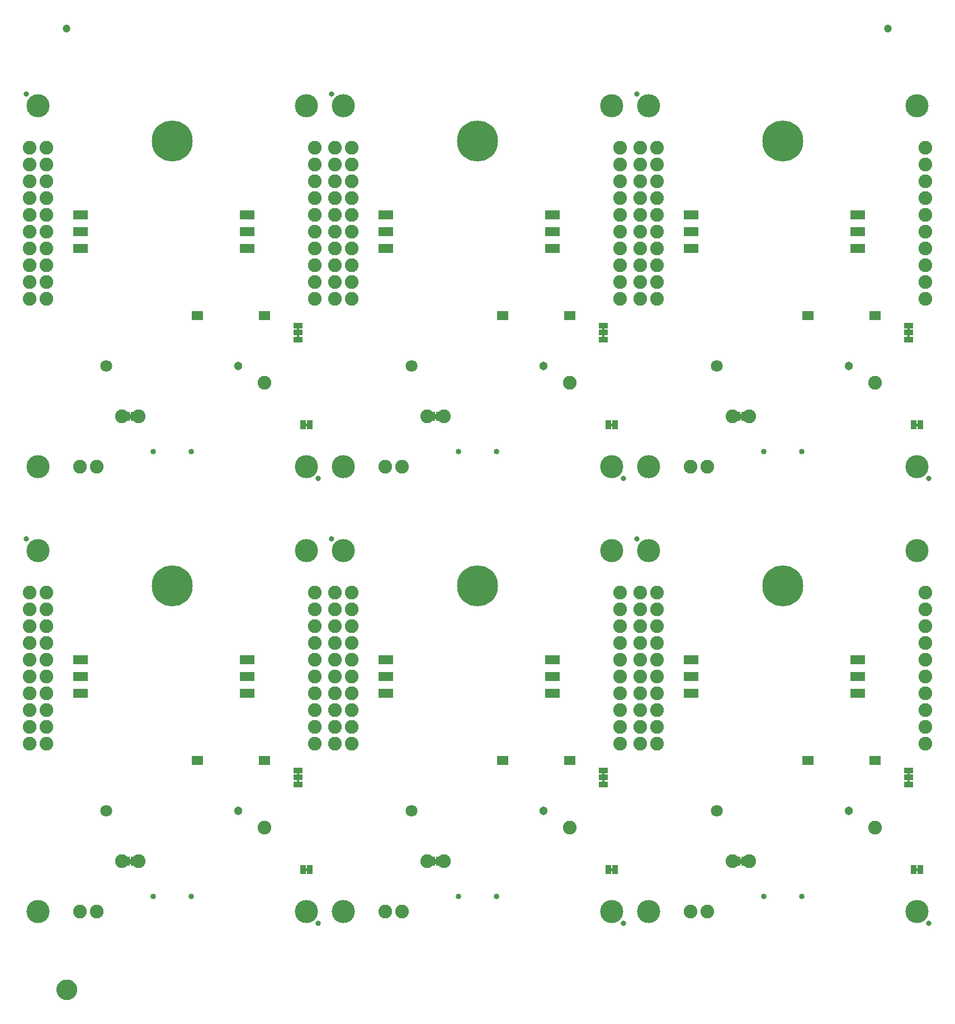
<source format=gbs>
G04 EAGLE Gerber RS-274X export*
G75*
%MOMM*%
%FSLAX34Y34*%
%LPD*%
%INSoldermask Bottom*%
%IPPOS*%
%AMOC8*
5,1,8,0,0,1.08239X$1,22.5*%
G01*
%ADD10C,0.853200*%
%ADD11C,0.838200*%
%ADD12C,3.505200*%
%ADD13R,1.473200X0.863600*%
%ADD14R,0.838200X1.473200*%
%ADD15C,2.082800*%
%ADD16C,6.203200*%
%ADD17R,0.863600X1.473200*%
%ADD18C,1.303200*%
%ADD19C,1.803200*%
%ADD20R,2.203200X1.403200*%
%ADD21C,1.203200*%
%ADD22C,1.270000*%
%ADD23C,1.703200*%

G36*
X167070Y771283D02*
X167070Y771283D01*
X167136Y771285D01*
X167179Y771303D01*
X167226Y771311D01*
X167283Y771345D01*
X167343Y771370D01*
X167378Y771401D01*
X167419Y771426D01*
X167461Y771477D01*
X167509Y771521D01*
X167531Y771563D01*
X167560Y771600D01*
X167581Y771662D01*
X167612Y771721D01*
X167620Y771775D01*
X167632Y771812D01*
X167631Y771852D01*
X167639Y771906D01*
X167639Y777494D01*
X167628Y777559D01*
X167626Y777625D01*
X167608Y777668D01*
X167600Y777715D01*
X167566Y777772D01*
X167541Y777832D01*
X167510Y777867D01*
X167485Y777908D01*
X167434Y777950D01*
X167390Y777998D01*
X167348Y778020D01*
X167311Y778049D01*
X167249Y778070D01*
X167190Y778101D01*
X167136Y778109D01*
X167099Y778121D01*
X167059Y778120D01*
X167005Y778128D01*
X163195Y778128D01*
X163130Y778117D01*
X163064Y778115D01*
X163021Y778097D01*
X162974Y778089D01*
X162917Y778055D01*
X162857Y778030D01*
X162822Y777999D01*
X162781Y777974D01*
X162740Y777923D01*
X162691Y777879D01*
X162669Y777837D01*
X162640Y777800D01*
X162619Y777738D01*
X162588Y777679D01*
X162580Y777625D01*
X162568Y777588D01*
X162569Y777548D01*
X162561Y777494D01*
X162561Y771906D01*
X162572Y771841D01*
X162574Y771775D01*
X162592Y771732D01*
X162600Y771685D01*
X162634Y771628D01*
X162659Y771568D01*
X162690Y771533D01*
X162715Y771492D01*
X162766Y771451D01*
X162810Y771402D01*
X162852Y771380D01*
X162889Y771351D01*
X162951Y771330D01*
X163010Y771299D01*
X163064Y771291D01*
X163101Y771279D01*
X163141Y771280D01*
X163195Y771272D01*
X167005Y771272D01*
X167070Y771283D01*
G37*
G36*
X1091630Y771283D02*
X1091630Y771283D01*
X1091696Y771285D01*
X1091739Y771303D01*
X1091786Y771311D01*
X1091843Y771345D01*
X1091903Y771370D01*
X1091938Y771401D01*
X1091979Y771426D01*
X1092021Y771477D01*
X1092069Y771521D01*
X1092091Y771563D01*
X1092120Y771600D01*
X1092141Y771662D01*
X1092172Y771721D01*
X1092180Y771775D01*
X1092192Y771812D01*
X1092191Y771852D01*
X1092199Y771906D01*
X1092199Y777494D01*
X1092188Y777559D01*
X1092186Y777625D01*
X1092168Y777668D01*
X1092160Y777715D01*
X1092126Y777772D01*
X1092101Y777832D01*
X1092070Y777867D01*
X1092045Y777908D01*
X1091994Y777950D01*
X1091950Y777998D01*
X1091908Y778020D01*
X1091871Y778049D01*
X1091809Y778070D01*
X1091750Y778101D01*
X1091696Y778109D01*
X1091659Y778121D01*
X1091619Y778120D01*
X1091565Y778128D01*
X1087755Y778128D01*
X1087690Y778117D01*
X1087624Y778115D01*
X1087581Y778097D01*
X1087534Y778089D01*
X1087477Y778055D01*
X1087417Y778030D01*
X1087382Y777999D01*
X1087341Y777974D01*
X1087300Y777923D01*
X1087251Y777879D01*
X1087229Y777837D01*
X1087200Y777800D01*
X1087179Y777738D01*
X1087148Y777679D01*
X1087140Y777625D01*
X1087128Y777588D01*
X1087129Y777548D01*
X1087121Y777494D01*
X1087121Y771906D01*
X1087132Y771841D01*
X1087134Y771775D01*
X1087152Y771732D01*
X1087160Y771685D01*
X1087194Y771628D01*
X1087219Y771568D01*
X1087250Y771533D01*
X1087275Y771492D01*
X1087326Y771451D01*
X1087370Y771402D01*
X1087412Y771380D01*
X1087449Y771351D01*
X1087511Y771330D01*
X1087570Y771299D01*
X1087624Y771291D01*
X1087661Y771279D01*
X1087701Y771280D01*
X1087755Y771272D01*
X1091565Y771272D01*
X1091630Y771283D01*
G37*
G36*
X629350Y771283D02*
X629350Y771283D01*
X629416Y771285D01*
X629459Y771303D01*
X629506Y771311D01*
X629563Y771345D01*
X629623Y771370D01*
X629658Y771401D01*
X629699Y771426D01*
X629741Y771477D01*
X629789Y771521D01*
X629811Y771563D01*
X629840Y771600D01*
X629861Y771662D01*
X629892Y771721D01*
X629900Y771775D01*
X629912Y771812D01*
X629911Y771852D01*
X629919Y771906D01*
X629919Y777494D01*
X629908Y777559D01*
X629906Y777625D01*
X629888Y777668D01*
X629880Y777715D01*
X629846Y777772D01*
X629821Y777832D01*
X629790Y777867D01*
X629765Y777908D01*
X629714Y777950D01*
X629670Y777998D01*
X629628Y778020D01*
X629591Y778049D01*
X629529Y778070D01*
X629470Y778101D01*
X629416Y778109D01*
X629379Y778121D01*
X629339Y778120D01*
X629285Y778128D01*
X625475Y778128D01*
X625410Y778117D01*
X625344Y778115D01*
X625301Y778097D01*
X625254Y778089D01*
X625197Y778055D01*
X625137Y778030D01*
X625102Y777999D01*
X625061Y777974D01*
X625020Y777923D01*
X624971Y777879D01*
X624949Y777837D01*
X624920Y777800D01*
X624899Y777738D01*
X624868Y777679D01*
X624860Y777625D01*
X624848Y777588D01*
X624849Y777548D01*
X624841Y777494D01*
X624841Y771906D01*
X624852Y771841D01*
X624854Y771775D01*
X624872Y771732D01*
X624880Y771685D01*
X624914Y771628D01*
X624939Y771568D01*
X624970Y771533D01*
X624995Y771492D01*
X625046Y771451D01*
X625090Y771402D01*
X625132Y771380D01*
X625169Y771351D01*
X625231Y771330D01*
X625290Y771299D01*
X625344Y771291D01*
X625381Y771279D01*
X625421Y771280D01*
X625475Y771272D01*
X629285Y771272D01*
X629350Y771283D01*
G37*
G36*
X1091630Y98183D02*
X1091630Y98183D01*
X1091696Y98185D01*
X1091739Y98203D01*
X1091786Y98211D01*
X1091843Y98245D01*
X1091903Y98270D01*
X1091938Y98301D01*
X1091979Y98326D01*
X1092021Y98377D01*
X1092069Y98421D01*
X1092091Y98463D01*
X1092120Y98500D01*
X1092141Y98562D01*
X1092172Y98621D01*
X1092180Y98675D01*
X1092192Y98712D01*
X1092191Y98752D01*
X1092199Y98806D01*
X1092199Y104394D01*
X1092188Y104459D01*
X1092186Y104525D01*
X1092168Y104568D01*
X1092160Y104615D01*
X1092126Y104672D01*
X1092101Y104732D01*
X1092070Y104767D01*
X1092045Y104808D01*
X1091994Y104850D01*
X1091950Y104898D01*
X1091908Y104920D01*
X1091871Y104949D01*
X1091809Y104970D01*
X1091750Y105001D01*
X1091696Y105009D01*
X1091659Y105021D01*
X1091619Y105020D01*
X1091565Y105028D01*
X1087755Y105028D01*
X1087690Y105017D01*
X1087624Y105015D01*
X1087581Y104997D01*
X1087534Y104989D01*
X1087477Y104955D01*
X1087417Y104930D01*
X1087382Y104899D01*
X1087341Y104874D01*
X1087300Y104823D01*
X1087251Y104779D01*
X1087229Y104737D01*
X1087200Y104700D01*
X1087179Y104638D01*
X1087148Y104579D01*
X1087140Y104525D01*
X1087128Y104488D01*
X1087129Y104448D01*
X1087121Y104394D01*
X1087121Y98806D01*
X1087132Y98741D01*
X1087134Y98675D01*
X1087152Y98632D01*
X1087160Y98585D01*
X1087194Y98528D01*
X1087219Y98468D01*
X1087250Y98433D01*
X1087275Y98392D01*
X1087326Y98351D01*
X1087370Y98302D01*
X1087412Y98280D01*
X1087449Y98251D01*
X1087511Y98230D01*
X1087570Y98199D01*
X1087624Y98191D01*
X1087661Y98179D01*
X1087701Y98180D01*
X1087755Y98172D01*
X1091565Y98172D01*
X1091630Y98183D01*
G37*
G36*
X629350Y98183D02*
X629350Y98183D01*
X629416Y98185D01*
X629459Y98203D01*
X629506Y98211D01*
X629563Y98245D01*
X629623Y98270D01*
X629658Y98301D01*
X629699Y98326D01*
X629741Y98377D01*
X629789Y98421D01*
X629811Y98463D01*
X629840Y98500D01*
X629861Y98562D01*
X629892Y98621D01*
X629900Y98675D01*
X629912Y98712D01*
X629911Y98752D01*
X629919Y98806D01*
X629919Y104394D01*
X629908Y104459D01*
X629906Y104525D01*
X629888Y104568D01*
X629880Y104615D01*
X629846Y104672D01*
X629821Y104732D01*
X629790Y104767D01*
X629765Y104808D01*
X629714Y104850D01*
X629670Y104898D01*
X629628Y104920D01*
X629591Y104949D01*
X629529Y104970D01*
X629470Y105001D01*
X629416Y105009D01*
X629379Y105021D01*
X629339Y105020D01*
X629285Y105028D01*
X625475Y105028D01*
X625410Y105017D01*
X625344Y105015D01*
X625301Y104997D01*
X625254Y104989D01*
X625197Y104955D01*
X625137Y104930D01*
X625102Y104899D01*
X625061Y104874D01*
X625020Y104823D01*
X624971Y104779D01*
X624949Y104737D01*
X624920Y104700D01*
X624899Y104638D01*
X624868Y104579D01*
X624860Y104525D01*
X624848Y104488D01*
X624849Y104448D01*
X624841Y104394D01*
X624841Y98806D01*
X624852Y98741D01*
X624854Y98675D01*
X624872Y98632D01*
X624880Y98585D01*
X624914Y98528D01*
X624939Y98468D01*
X624970Y98433D01*
X624995Y98392D01*
X625046Y98351D01*
X625090Y98302D01*
X625132Y98280D01*
X625169Y98251D01*
X625231Y98230D01*
X625290Y98199D01*
X625344Y98191D01*
X625381Y98179D01*
X625421Y98180D01*
X625475Y98172D01*
X629285Y98172D01*
X629350Y98183D01*
G37*
G36*
X167070Y98183D02*
X167070Y98183D01*
X167136Y98185D01*
X167179Y98203D01*
X167226Y98211D01*
X167283Y98245D01*
X167343Y98270D01*
X167378Y98301D01*
X167419Y98326D01*
X167461Y98377D01*
X167509Y98421D01*
X167531Y98463D01*
X167560Y98500D01*
X167581Y98562D01*
X167612Y98621D01*
X167620Y98675D01*
X167632Y98712D01*
X167631Y98752D01*
X167639Y98806D01*
X167639Y104394D01*
X167628Y104459D01*
X167626Y104525D01*
X167608Y104568D01*
X167600Y104615D01*
X167566Y104672D01*
X167541Y104732D01*
X167510Y104767D01*
X167485Y104808D01*
X167434Y104850D01*
X167390Y104898D01*
X167348Y104920D01*
X167311Y104949D01*
X167249Y104970D01*
X167190Y105001D01*
X167136Y105009D01*
X167099Y105021D01*
X167059Y105020D01*
X167005Y105028D01*
X163195Y105028D01*
X163130Y105017D01*
X163064Y105015D01*
X163021Y104997D01*
X162974Y104989D01*
X162917Y104955D01*
X162857Y104930D01*
X162822Y104899D01*
X162781Y104874D01*
X162740Y104823D01*
X162691Y104779D01*
X162669Y104737D01*
X162640Y104700D01*
X162619Y104638D01*
X162588Y104579D01*
X162580Y104525D01*
X162568Y104488D01*
X162569Y104448D01*
X162561Y104394D01*
X162561Y98806D01*
X162572Y98741D01*
X162574Y98675D01*
X162592Y98632D01*
X162600Y98585D01*
X162634Y98528D01*
X162659Y98468D01*
X162690Y98433D01*
X162715Y98392D01*
X162766Y98351D01*
X162810Y98302D01*
X162852Y98280D01*
X162889Y98251D01*
X162951Y98230D01*
X163010Y98199D01*
X163064Y98191D01*
X163101Y98179D01*
X163141Y98180D01*
X163195Y98172D01*
X167005Y98172D01*
X167070Y98183D01*
G37*
G36*
X1344995Y904252D02*
X1344995Y904252D01*
X1345061Y904254D01*
X1345104Y904272D01*
X1345151Y904280D01*
X1345208Y904314D01*
X1345268Y904339D01*
X1345303Y904370D01*
X1345344Y904395D01*
X1345386Y904446D01*
X1345434Y904490D01*
X1345456Y904532D01*
X1345485Y904569D01*
X1345506Y904631D01*
X1345537Y904690D01*
X1345545Y904744D01*
X1345557Y904781D01*
X1345556Y904821D01*
X1345564Y904875D01*
X1345564Y908685D01*
X1345553Y908750D01*
X1345551Y908816D01*
X1345533Y908859D01*
X1345525Y908906D01*
X1345491Y908963D01*
X1345466Y909023D01*
X1345435Y909058D01*
X1345410Y909099D01*
X1345359Y909141D01*
X1345315Y909189D01*
X1345273Y909211D01*
X1345236Y909240D01*
X1345174Y909261D01*
X1345115Y909292D01*
X1345061Y909300D01*
X1345024Y909312D01*
X1344984Y909311D01*
X1344930Y909319D01*
X1342390Y909319D01*
X1342325Y909308D01*
X1342259Y909306D01*
X1342216Y909288D01*
X1342169Y909280D01*
X1342112Y909246D01*
X1342052Y909221D01*
X1342017Y909190D01*
X1341976Y909165D01*
X1341935Y909114D01*
X1341886Y909070D01*
X1341864Y909028D01*
X1341835Y908991D01*
X1341814Y908929D01*
X1341783Y908870D01*
X1341775Y908816D01*
X1341763Y908779D01*
X1341763Y908775D01*
X1341763Y908774D01*
X1341764Y908739D01*
X1341756Y908685D01*
X1341756Y904875D01*
X1341767Y904810D01*
X1341769Y904744D01*
X1341787Y904701D01*
X1341795Y904654D01*
X1341829Y904597D01*
X1341854Y904537D01*
X1341885Y904502D01*
X1341910Y904461D01*
X1341961Y904420D01*
X1342005Y904371D01*
X1342047Y904349D01*
X1342084Y904320D01*
X1342146Y904299D01*
X1342205Y904268D01*
X1342259Y904260D01*
X1342296Y904248D01*
X1342336Y904249D01*
X1342390Y904241D01*
X1344930Y904241D01*
X1344995Y904252D01*
G37*
G36*
X882715Y904252D02*
X882715Y904252D01*
X882781Y904254D01*
X882824Y904272D01*
X882871Y904280D01*
X882928Y904314D01*
X882988Y904339D01*
X883023Y904370D01*
X883064Y904395D01*
X883106Y904446D01*
X883154Y904490D01*
X883176Y904532D01*
X883205Y904569D01*
X883226Y904631D01*
X883257Y904690D01*
X883265Y904744D01*
X883277Y904781D01*
X883276Y904821D01*
X883284Y904875D01*
X883284Y908685D01*
X883273Y908750D01*
X883271Y908816D01*
X883253Y908859D01*
X883245Y908906D01*
X883211Y908963D01*
X883186Y909023D01*
X883155Y909058D01*
X883130Y909099D01*
X883079Y909141D01*
X883035Y909189D01*
X882993Y909211D01*
X882956Y909240D01*
X882894Y909261D01*
X882835Y909292D01*
X882781Y909300D01*
X882744Y909312D01*
X882704Y909311D01*
X882650Y909319D01*
X880110Y909319D01*
X880045Y909308D01*
X879979Y909306D01*
X879936Y909288D01*
X879889Y909280D01*
X879832Y909246D01*
X879772Y909221D01*
X879737Y909190D01*
X879696Y909165D01*
X879655Y909114D01*
X879606Y909070D01*
X879584Y909028D01*
X879555Y908991D01*
X879534Y908929D01*
X879503Y908870D01*
X879495Y908816D01*
X879483Y908779D01*
X879483Y908775D01*
X879483Y908774D01*
X879484Y908739D01*
X879476Y908685D01*
X879476Y904875D01*
X879487Y904810D01*
X879489Y904744D01*
X879507Y904701D01*
X879515Y904654D01*
X879549Y904597D01*
X879574Y904537D01*
X879605Y904502D01*
X879630Y904461D01*
X879681Y904420D01*
X879725Y904371D01*
X879767Y904349D01*
X879804Y904320D01*
X879866Y904299D01*
X879925Y904268D01*
X879979Y904260D01*
X880016Y904248D01*
X880056Y904249D01*
X880110Y904241D01*
X882650Y904241D01*
X882715Y904252D01*
G37*
G36*
X420435Y904252D02*
X420435Y904252D01*
X420501Y904254D01*
X420544Y904272D01*
X420591Y904280D01*
X420648Y904314D01*
X420708Y904339D01*
X420743Y904370D01*
X420784Y904395D01*
X420826Y904446D01*
X420874Y904490D01*
X420896Y904532D01*
X420925Y904569D01*
X420946Y904631D01*
X420977Y904690D01*
X420985Y904744D01*
X420997Y904781D01*
X420996Y904821D01*
X421004Y904875D01*
X421004Y908685D01*
X420993Y908750D01*
X420991Y908816D01*
X420973Y908859D01*
X420965Y908906D01*
X420931Y908963D01*
X420906Y909023D01*
X420875Y909058D01*
X420850Y909099D01*
X420799Y909141D01*
X420755Y909189D01*
X420713Y909211D01*
X420676Y909240D01*
X420614Y909261D01*
X420555Y909292D01*
X420501Y909300D01*
X420464Y909312D01*
X420424Y909311D01*
X420370Y909319D01*
X417830Y909319D01*
X417765Y909308D01*
X417699Y909306D01*
X417656Y909288D01*
X417609Y909280D01*
X417552Y909246D01*
X417492Y909221D01*
X417457Y909190D01*
X417416Y909165D01*
X417375Y909114D01*
X417326Y909070D01*
X417304Y909028D01*
X417275Y908991D01*
X417254Y908929D01*
X417223Y908870D01*
X417215Y908816D01*
X417203Y908779D01*
X417203Y908775D01*
X417203Y908774D01*
X417204Y908739D01*
X417196Y908685D01*
X417196Y904875D01*
X417207Y904810D01*
X417209Y904744D01*
X417227Y904701D01*
X417235Y904654D01*
X417269Y904597D01*
X417294Y904537D01*
X417325Y904502D01*
X417350Y904461D01*
X417401Y904420D01*
X417445Y904371D01*
X417487Y904349D01*
X417524Y904320D01*
X417586Y904299D01*
X417645Y904268D01*
X417699Y904260D01*
X417736Y904248D01*
X417776Y904249D01*
X417830Y904241D01*
X420370Y904241D01*
X420435Y904252D01*
G37*
G36*
X882715Y894092D02*
X882715Y894092D01*
X882781Y894094D01*
X882824Y894112D01*
X882871Y894120D01*
X882928Y894154D01*
X882988Y894179D01*
X883023Y894210D01*
X883064Y894235D01*
X883106Y894286D01*
X883154Y894330D01*
X883176Y894372D01*
X883205Y894409D01*
X883226Y894471D01*
X883257Y894530D01*
X883265Y894584D01*
X883277Y894621D01*
X883276Y894661D01*
X883284Y894715D01*
X883284Y898525D01*
X883273Y898590D01*
X883271Y898656D01*
X883253Y898699D01*
X883245Y898746D01*
X883211Y898803D01*
X883186Y898863D01*
X883155Y898898D01*
X883130Y898939D01*
X883079Y898981D01*
X883035Y899029D01*
X882993Y899051D01*
X882956Y899080D01*
X882894Y899101D01*
X882835Y899132D01*
X882781Y899140D01*
X882744Y899152D01*
X882704Y899151D01*
X882650Y899159D01*
X880110Y899159D01*
X880045Y899148D01*
X879979Y899146D01*
X879936Y899128D01*
X879889Y899120D01*
X879832Y899086D01*
X879772Y899061D01*
X879737Y899030D01*
X879696Y899005D01*
X879655Y898954D01*
X879606Y898910D01*
X879584Y898868D01*
X879555Y898831D01*
X879534Y898769D01*
X879503Y898710D01*
X879495Y898656D01*
X879483Y898619D01*
X879483Y898615D01*
X879483Y898614D01*
X879484Y898579D01*
X879476Y898525D01*
X879476Y894715D01*
X879487Y894650D01*
X879489Y894584D01*
X879507Y894541D01*
X879515Y894494D01*
X879549Y894437D01*
X879574Y894377D01*
X879605Y894342D01*
X879630Y894301D01*
X879681Y894260D01*
X879725Y894211D01*
X879767Y894189D01*
X879804Y894160D01*
X879866Y894139D01*
X879925Y894108D01*
X879979Y894100D01*
X880016Y894088D01*
X880056Y894089D01*
X880110Y894081D01*
X882650Y894081D01*
X882715Y894092D01*
G37*
G36*
X420435Y894092D02*
X420435Y894092D01*
X420501Y894094D01*
X420544Y894112D01*
X420591Y894120D01*
X420648Y894154D01*
X420708Y894179D01*
X420743Y894210D01*
X420784Y894235D01*
X420826Y894286D01*
X420874Y894330D01*
X420896Y894372D01*
X420925Y894409D01*
X420946Y894471D01*
X420977Y894530D01*
X420985Y894584D01*
X420997Y894621D01*
X420996Y894661D01*
X421004Y894715D01*
X421004Y898525D01*
X420993Y898590D01*
X420991Y898656D01*
X420973Y898699D01*
X420965Y898746D01*
X420931Y898803D01*
X420906Y898863D01*
X420875Y898898D01*
X420850Y898939D01*
X420799Y898981D01*
X420755Y899029D01*
X420713Y899051D01*
X420676Y899080D01*
X420614Y899101D01*
X420555Y899132D01*
X420501Y899140D01*
X420464Y899152D01*
X420424Y899151D01*
X420370Y899159D01*
X417830Y899159D01*
X417765Y899148D01*
X417699Y899146D01*
X417656Y899128D01*
X417609Y899120D01*
X417552Y899086D01*
X417492Y899061D01*
X417457Y899030D01*
X417416Y899005D01*
X417375Y898954D01*
X417326Y898910D01*
X417304Y898868D01*
X417275Y898831D01*
X417254Y898769D01*
X417223Y898710D01*
X417215Y898656D01*
X417203Y898619D01*
X417203Y898615D01*
X417203Y898614D01*
X417204Y898579D01*
X417196Y898525D01*
X417196Y894715D01*
X417207Y894650D01*
X417209Y894584D01*
X417227Y894541D01*
X417235Y894494D01*
X417269Y894437D01*
X417294Y894377D01*
X417325Y894342D01*
X417350Y894301D01*
X417401Y894260D01*
X417445Y894211D01*
X417487Y894189D01*
X417524Y894160D01*
X417586Y894139D01*
X417645Y894108D01*
X417699Y894100D01*
X417736Y894088D01*
X417776Y894089D01*
X417830Y894081D01*
X420370Y894081D01*
X420435Y894092D01*
G37*
G36*
X1344995Y894092D02*
X1344995Y894092D01*
X1345061Y894094D01*
X1345104Y894112D01*
X1345151Y894120D01*
X1345208Y894154D01*
X1345268Y894179D01*
X1345303Y894210D01*
X1345344Y894235D01*
X1345386Y894286D01*
X1345434Y894330D01*
X1345456Y894372D01*
X1345485Y894409D01*
X1345506Y894471D01*
X1345537Y894530D01*
X1345545Y894584D01*
X1345557Y894621D01*
X1345556Y894661D01*
X1345564Y894715D01*
X1345564Y898525D01*
X1345553Y898590D01*
X1345551Y898656D01*
X1345533Y898699D01*
X1345525Y898746D01*
X1345491Y898803D01*
X1345466Y898863D01*
X1345435Y898898D01*
X1345410Y898939D01*
X1345359Y898981D01*
X1345315Y899029D01*
X1345273Y899051D01*
X1345236Y899080D01*
X1345174Y899101D01*
X1345115Y899132D01*
X1345061Y899140D01*
X1345024Y899152D01*
X1344984Y899151D01*
X1344930Y899159D01*
X1342390Y899159D01*
X1342325Y899148D01*
X1342259Y899146D01*
X1342216Y899128D01*
X1342169Y899120D01*
X1342112Y899086D01*
X1342052Y899061D01*
X1342017Y899030D01*
X1341976Y899005D01*
X1341935Y898954D01*
X1341886Y898910D01*
X1341864Y898868D01*
X1341835Y898831D01*
X1341814Y898769D01*
X1341783Y898710D01*
X1341775Y898656D01*
X1341763Y898619D01*
X1341763Y898615D01*
X1341763Y898614D01*
X1341764Y898579D01*
X1341756Y898525D01*
X1341756Y894715D01*
X1341767Y894650D01*
X1341769Y894584D01*
X1341787Y894541D01*
X1341795Y894494D01*
X1341829Y894437D01*
X1341854Y894377D01*
X1341885Y894342D01*
X1341910Y894301D01*
X1341961Y894260D01*
X1342005Y894211D01*
X1342047Y894189D01*
X1342084Y894160D01*
X1342146Y894139D01*
X1342205Y894108D01*
X1342259Y894100D01*
X1342296Y894088D01*
X1342336Y894089D01*
X1342390Y894081D01*
X1344930Y894081D01*
X1344995Y894092D01*
G37*
G36*
X882715Y231152D02*
X882715Y231152D01*
X882781Y231154D01*
X882824Y231172D01*
X882871Y231180D01*
X882928Y231214D01*
X882988Y231239D01*
X883023Y231270D01*
X883064Y231295D01*
X883106Y231346D01*
X883154Y231390D01*
X883176Y231432D01*
X883205Y231469D01*
X883226Y231531D01*
X883257Y231590D01*
X883265Y231644D01*
X883277Y231681D01*
X883276Y231721D01*
X883284Y231775D01*
X883284Y235585D01*
X883273Y235650D01*
X883271Y235716D01*
X883253Y235759D01*
X883245Y235806D01*
X883211Y235863D01*
X883186Y235923D01*
X883155Y235958D01*
X883130Y235999D01*
X883079Y236041D01*
X883035Y236089D01*
X882993Y236111D01*
X882956Y236140D01*
X882894Y236161D01*
X882835Y236192D01*
X882781Y236200D01*
X882744Y236212D01*
X882704Y236211D01*
X882650Y236219D01*
X880110Y236219D01*
X880045Y236208D01*
X879979Y236206D01*
X879936Y236188D01*
X879889Y236180D01*
X879832Y236146D01*
X879772Y236121D01*
X879737Y236090D01*
X879696Y236065D01*
X879655Y236014D01*
X879606Y235970D01*
X879584Y235928D01*
X879555Y235891D01*
X879534Y235829D01*
X879503Y235770D01*
X879495Y235716D01*
X879483Y235679D01*
X879483Y235675D01*
X879483Y235674D01*
X879484Y235639D01*
X879476Y235585D01*
X879476Y231775D01*
X879487Y231710D01*
X879489Y231644D01*
X879507Y231601D01*
X879515Y231554D01*
X879549Y231497D01*
X879574Y231437D01*
X879605Y231402D01*
X879630Y231361D01*
X879681Y231320D01*
X879725Y231271D01*
X879767Y231249D01*
X879804Y231220D01*
X879866Y231199D01*
X879925Y231168D01*
X879979Y231160D01*
X880016Y231148D01*
X880056Y231149D01*
X880110Y231141D01*
X882650Y231141D01*
X882715Y231152D01*
G37*
G36*
X420435Y231152D02*
X420435Y231152D01*
X420501Y231154D01*
X420544Y231172D01*
X420591Y231180D01*
X420648Y231214D01*
X420708Y231239D01*
X420743Y231270D01*
X420784Y231295D01*
X420826Y231346D01*
X420874Y231390D01*
X420896Y231432D01*
X420925Y231469D01*
X420946Y231531D01*
X420977Y231590D01*
X420985Y231644D01*
X420997Y231681D01*
X420996Y231721D01*
X421004Y231775D01*
X421004Y235585D01*
X420993Y235650D01*
X420991Y235716D01*
X420973Y235759D01*
X420965Y235806D01*
X420931Y235863D01*
X420906Y235923D01*
X420875Y235958D01*
X420850Y235999D01*
X420799Y236041D01*
X420755Y236089D01*
X420713Y236111D01*
X420676Y236140D01*
X420614Y236161D01*
X420555Y236192D01*
X420501Y236200D01*
X420464Y236212D01*
X420424Y236211D01*
X420370Y236219D01*
X417830Y236219D01*
X417765Y236208D01*
X417699Y236206D01*
X417656Y236188D01*
X417609Y236180D01*
X417552Y236146D01*
X417492Y236121D01*
X417457Y236090D01*
X417416Y236065D01*
X417375Y236014D01*
X417326Y235970D01*
X417304Y235928D01*
X417275Y235891D01*
X417254Y235829D01*
X417223Y235770D01*
X417215Y235716D01*
X417203Y235679D01*
X417203Y235675D01*
X417203Y235674D01*
X417204Y235639D01*
X417196Y235585D01*
X417196Y231775D01*
X417207Y231710D01*
X417209Y231644D01*
X417227Y231601D01*
X417235Y231554D01*
X417269Y231497D01*
X417294Y231437D01*
X417325Y231402D01*
X417350Y231361D01*
X417401Y231320D01*
X417445Y231271D01*
X417487Y231249D01*
X417524Y231220D01*
X417586Y231199D01*
X417645Y231168D01*
X417699Y231160D01*
X417736Y231148D01*
X417776Y231149D01*
X417830Y231141D01*
X420370Y231141D01*
X420435Y231152D01*
G37*
G36*
X1344995Y231152D02*
X1344995Y231152D01*
X1345061Y231154D01*
X1345104Y231172D01*
X1345151Y231180D01*
X1345208Y231214D01*
X1345268Y231239D01*
X1345303Y231270D01*
X1345344Y231295D01*
X1345386Y231346D01*
X1345434Y231390D01*
X1345456Y231432D01*
X1345485Y231469D01*
X1345506Y231531D01*
X1345537Y231590D01*
X1345545Y231644D01*
X1345557Y231681D01*
X1345556Y231721D01*
X1345564Y231775D01*
X1345564Y235585D01*
X1345553Y235650D01*
X1345551Y235716D01*
X1345533Y235759D01*
X1345525Y235806D01*
X1345491Y235863D01*
X1345466Y235923D01*
X1345435Y235958D01*
X1345410Y235999D01*
X1345359Y236041D01*
X1345315Y236089D01*
X1345273Y236111D01*
X1345236Y236140D01*
X1345174Y236161D01*
X1345115Y236192D01*
X1345061Y236200D01*
X1345024Y236212D01*
X1344984Y236211D01*
X1344930Y236219D01*
X1342390Y236219D01*
X1342325Y236208D01*
X1342259Y236206D01*
X1342216Y236188D01*
X1342169Y236180D01*
X1342112Y236146D01*
X1342052Y236121D01*
X1342017Y236090D01*
X1341976Y236065D01*
X1341935Y236014D01*
X1341886Y235970D01*
X1341864Y235928D01*
X1341835Y235891D01*
X1341814Y235829D01*
X1341783Y235770D01*
X1341775Y235716D01*
X1341763Y235679D01*
X1341763Y235675D01*
X1341763Y235674D01*
X1341764Y235639D01*
X1341756Y235585D01*
X1341756Y231775D01*
X1341767Y231710D01*
X1341769Y231644D01*
X1341787Y231601D01*
X1341795Y231554D01*
X1341829Y231497D01*
X1341854Y231437D01*
X1341885Y231402D01*
X1341910Y231361D01*
X1341961Y231320D01*
X1342005Y231271D01*
X1342047Y231249D01*
X1342084Y231220D01*
X1342146Y231199D01*
X1342205Y231168D01*
X1342259Y231160D01*
X1342296Y231148D01*
X1342336Y231149D01*
X1342390Y231141D01*
X1344930Y231141D01*
X1344995Y231152D01*
G37*
G36*
X882715Y220992D02*
X882715Y220992D01*
X882781Y220994D01*
X882824Y221012D01*
X882871Y221020D01*
X882928Y221054D01*
X882988Y221079D01*
X883023Y221110D01*
X883064Y221135D01*
X883106Y221186D01*
X883154Y221230D01*
X883176Y221272D01*
X883205Y221309D01*
X883226Y221371D01*
X883257Y221430D01*
X883265Y221484D01*
X883277Y221521D01*
X883276Y221561D01*
X883284Y221615D01*
X883284Y225425D01*
X883273Y225490D01*
X883271Y225556D01*
X883253Y225599D01*
X883245Y225646D01*
X883211Y225703D01*
X883186Y225763D01*
X883155Y225798D01*
X883130Y225839D01*
X883079Y225881D01*
X883035Y225929D01*
X882993Y225951D01*
X882956Y225980D01*
X882894Y226001D01*
X882835Y226032D01*
X882781Y226040D01*
X882744Y226052D01*
X882704Y226051D01*
X882650Y226059D01*
X880110Y226059D01*
X880045Y226048D01*
X879979Y226046D01*
X879936Y226028D01*
X879889Y226020D01*
X879832Y225986D01*
X879772Y225961D01*
X879737Y225930D01*
X879696Y225905D01*
X879655Y225854D01*
X879606Y225810D01*
X879584Y225768D01*
X879555Y225731D01*
X879534Y225669D01*
X879503Y225610D01*
X879495Y225556D01*
X879483Y225519D01*
X879483Y225515D01*
X879483Y225514D01*
X879484Y225479D01*
X879476Y225425D01*
X879476Y221615D01*
X879487Y221550D01*
X879489Y221484D01*
X879507Y221441D01*
X879515Y221394D01*
X879549Y221337D01*
X879574Y221277D01*
X879605Y221242D01*
X879630Y221201D01*
X879681Y221160D01*
X879725Y221111D01*
X879767Y221089D01*
X879804Y221060D01*
X879866Y221039D01*
X879925Y221008D01*
X879979Y221000D01*
X880016Y220988D01*
X880056Y220989D01*
X880110Y220981D01*
X882650Y220981D01*
X882715Y220992D01*
G37*
G36*
X420435Y220992D02*
X420435Y220992D01*
X420501Y220994D01*
X420544Y221012D01*
X420591Y221020D01*
X420648Y221054D01*
X420708Y221079D01*
X420743Y221110D01*
X420784Y221135D01*
X420826Y221186D01*
X420874Y221230D01*
X420896Y221272D01*
X420925Y221309D01*
X420946Y221371D01*
X420977Y221430D01*
X420985Y221484D01*
X420997Y221521D01*
X420996Y221561D01*
X421004Y221615D01*
X421004Y225425D01*
X420993Y225490D01*
X420991Y225556D01*
X420973Y225599D01*
X420965Y225646D01*
X420931Y225703D01*
X420906Y225763D01*
X420875Y225798D01*
X420850Y225839D01*
X420799Y225881D01*
X420755Y225929D01*
X420713Y225951D01*
X420676Y225980D01*
X420614Y226001D01*
X420555Y226032D01*
X420501Y226040D01*
X420464Y226052D01*
X420424Y226051D01*
X420370Y226059D01*
X417830Y226059D01*
X417765Y226048D01*
X417699Y226046D01*
X417656Y226028D01*
X417609Y226020D01*
X417552Y225986D01*
X417492Y225961D01*
X417457Y225930D01*
X417416Y225905D01*
X417375Y225854D01*
X417326Y225810D01*
X417304Y225768D01*
X417275Y225731D01*
X417254Y225669D01*
X417223Y225610D01*
X417215Y225556D01*
X417203Y225519D01*
X417203Y225515D01*
X417203Y225514D01*
X417204Y225479D01*
X417196Y225425D01*
X417196Y221615D01*
X417207Y221550D01*
X417209Y221484D01*
X417227Y221441D01*
X417235Y221394D01*
X417269Y221337D01*
X417294Y221277D01*
X417325Y221242D01*
X417350Y221201D01*
X417401Y221160D01*
X417445Y221111D01*
X417487Y221089D01*
X417524Y221060D01*
X417586Y221039D01*
X417645Y221008D01*
X417699Y221000D01*
X417736Y220988D01*
X417776Y220989D01*
X417830Y220981D01*
X420370Y220981D01*
X420435Y220992D01*
G37*
G36*
X1344995Y220992D02*
X1344995Y220992D01*
X1345061Y220994D01*
X1345104Y221012D01*
X1345151Y221020D01*
X1345208Y221054D01*
X1345268Y221079D01*
X1345303Y221110D01*
X1345344Y221135D01*
X1345386Y221186D01*
X1345434Y221230D01*
X1345456Y221272D01*
X1345485Y221309D01*
X1345506Y221371D01*
X1345537Y221430D01*
X1345545Y221484D01*
X1345557Y221521D01*
X1345556Y221561D01*
X1345564Y221615D01*
X1345564Y225425D01*
X1345553Y225490D01*
X1345551Y225556D01*
X1345533Y225599D01*
X1345525Y225646D01*
X1345491Y225703D01*
X1345466Y225763D01*
X1345435Y225798D01*
X1345410Y225839D01*
X1345359Y225881D01*
X1345315Y225929D01*
X1345273Y225951D01*
X1345236Y225980D01*
X1345174Y226001D01*
X1345115Y226032D01*
X1345061Y226040D01*
X1345024Y226052D01*
X1344984Y226051D01*
X1344930Y226059D01*
X1342390Y226059D01*
X1342325Y226048D01*
X1342259Y226046D01*
X1342216Y226028D01*
X1342169Y226020D01*
X1342112Y225986D01*
X1342052Y225961D01*
X1342017Y225930D01*
X1341976Y225905D01*
X1341935Y225854D01*
X1341886Y225810D01*
X1341864Y225768D01*
X1341835Y225731D01*
X1341814Y225669D01*
X1341783Y225610D01*
X1341775Y225556D01*
X1341763Y225519D01*
X1341763Y225515D01*
X1341763Y225514D01*
X1341764Y225479D01*
X1341756Y225425D01*
X1341756Y221615D01*
X1341767Y221550D01*
X1341769Y221484D01*
X1341787Y221441D01*
X1341795Y221394D01*
X1341829Y221337D01*
X1341854Y221277D01*
X1341885Y221242D01*
X1341910Y221201D01*
X1341961Y221160D01*
X1342005Y221111D01*
X1342047Y221089D01*
X1342084Y221060D01*
X1342146Y221039D01*
X1342205Y221008D01*
X1342259Y221000D01*
X1342296Y220988D01*
X1342336Y220989D01*
X1342390Y220981D01*
X1344930Y220981D01*
X1344995Y220992D01*
G37*
G36*
X1358330Y760107D02*
X1358330Y760107D01*
X1358396Y760109D01*
X1358439Y760127D01*
X1358486Y760135D01*
X1358543Y760169D01*
X1358603Y760194D01*
X1358638Y760225D01*
X1358679Y760250D01*
X1358721Y760301D01*
X1358769Y760345D01*
X1358791Y760387D01*
X1358820Y760424D01*
X1358841Y760486D01*
X1358872Y760545D01*
X1358880Y760599D01*
X1358892Y760636D01*
X1358891Y760676D01*
X1358899Y760730D01*
X1358899Y763270D01*
X1358888Y763335D01*
X1358886Y763401D01*
X1358868Y763444D01*
X1358860Y763491D01*
X1358826Y763548D01*
X1358801Y763608D01*
X1358770Y763643D01*
X1358745Y763684D01*
X1358694Y763726D01*
X1358650Y763774D01*
X1358608Y763796D01*
X1358571Y763825D01*
X1358509Y763846D01*
X1358450Y763877D01*
X1358396Y763885D01*
X1358359Y763897D01*
X1358319Y763896D01*
X1358265Y763904D01*
X1354455Y763904D01*
X1354390Y763893D01*
X1354324Y763891D01*
X1354281Y763873D01*
X1354234Y763865D01*
X1354177Y763831D01*
X1354117Y763806D01*
X1354082Y763775D01*
X1354041Y763750D01*
X1354000Y763699D01*
X1353951Y763655D01*
X1353929Y763613D01*
X1353900Y763576D01*
X1353879Y763514D01*
X1353848Y763455D01*
X1353840Y763401D01*
X1353828Y763364D01*
X1353828Y763361D01*
X1353829Y763324D01*
X1353821Y763270D01*
X1353821Y760730D01*
X1353832Y760665D01*
X1353834Y760599D01*
X1353852Y760556D01*
X1353860Y760509D01*
X1353894Y760452D01*
X1353919Y760392D01*
X1353950Y760357D01*
X1353975Y760316D01*
X1354026Y760275D01*
X1354070Y760226D01*
X1354112Y760204D01*
X1354149Y760175D01*
X1354211Y760154D01*
X1354270Y760123D01*
X1354324Y760115D01*
X1354361Y760103D01*
X1354401Y760104D01*
X1354455Y760096D01*
X1358265Y760096D01*
X1358330Y760107D01*
G37*
G36*
X433770Y760107D02*
X433770Y760107D01*
X433836Y760109D01*
X433879Y760127D01*
X433926Y760135D01*
X433983Y760169D01*
X434043Y760194D01*
X434078Y760225D01*
X434119Y760250D01*
X434161Y760301D01*
X434209Y760345D01*
X434231Y760387D01*
X434260Y760424D01*
X434281Y760486D01*
X434312Y760545D01*
X434320Y760599D01*
X434332Y760636D01*
X434331Y760676D01*
X434339Y760730D01*
X434339Y763270D01*
X434328Y763335D01*
X434326Y763401D01*
X434308Y763444D01*
X434300Y763491D01*
X434266Y763548D01*
X434241Y763608D01*
X434210Y763643D01*
X434185Y763684D01*
X434134Y763726D01*
X434090Y763774D01*
X434048Y763796D01*
X434011Y763825D01*
X433949Y763846D01*
X433890Y763877D01*
X433836Y763885D01*
X433799Y763897D01*
X433759Y763896D01*
X433705Y763904D01*
X429895Y763904D01*
X429830Y763893D01*
X429764Y763891D01*
X429721Y763873D01*
X429674Y763865D01*
X429617Y763831D01*
X429557Y763806D01*
X429522Y763775D01*
X429481Y763750D01*
X429440Y763699D01*
X429391Y763655D01*
X429369Y763613D01*
X429340Y763576D01*
X429319Y763514D01*
X429288Y763455D01*
X429280Y763401D01*
X429268Y763364D01*
X429268Y763361D01*
X429269Y763324D01*
X429261Y763270D01*
X429261Y760730D01*
X429272Y760665D01*
X429274Y760599D01*
X429292Y760556D01*
X429300Y760509D01*
X429334Y760452D01*
X429359Y760392D01*
X429390Y760357D01*
X429415Y760316D01*
X429466Y760275D01*
X429510Y760226D01*
X429552Y760204D01*
X429589Y760175D01*
X429651Y760154D01*
X429710Y760123D01*
X429764Y760115D01*
X429801Y760103D01*
X429841Y760104D01*
X429895Y760096D01*
X433705Y760096D01*
X433770Y760107D01*
G37*
G36*
X896050Y760107D02*
X896050Y760107D01*
X896116Y760109D01*
X896159Y760127D01*
X896206Y760135D01*
X896263Y760169D01*
X896323Y760194D01*
X896358Y760225D01*
X896399Y760250D01*
X896441Y760301D01*
X896489Y760345D01*
X896511Y760387D01*
X896540Y760424D01*
X896561Y760486D01*
X896592Y760545D01*
X896600Y760599D01*
X896612Y760636D01*
X896611Y760676D01*
X896619Y760730D01*
X896619Y763270D01*
X896608Y763335D01*
X896606Y763401D01*
X896588Y763444D01*
X896580Y763491D01*
X896546Y763548D01*
X896521Y763608D01*
X896490Y763643D01*
X896465Y763684D01*
X896414Y763726D01*
X896370Y763774D01*
X896328Y763796D01*
X896291Y763825D01*
X896229Y763846D01*
X896170Y763877D01*
X896116Y763885D01*
X896079Y763897D01*
X896039Y763896D01*
X895985Y763904D01*
X892175Y763904D01*
X892110Y763893D01*
X892044Y763891D01*
X892001Y763873D01*
X891954Y763865D01*
X891897Y763831D01*
X891837Y763806D01*
X891802Y763775D01*
X891761Y763750D01*
X891720Y763699D01*
X891671Y763655D01*
X891649Y763613D01*
X891620Y763576D01*
X891599Y763514D01*
X891568Y763455D01*
X891560Y763401D01*
X891548Y763364D01*
X891548Y763361D01*
X891549Y763324D01*
X891541Y763270D01*
X891541Y760730D01*
X891552Y760665D01*
X891554Y760599D01*
X891572Y760556D01*
X891580Y760509D01*
X891614Y760452D01*
X891639Y760392D01*
X891670Y760357D01*
X891695Y760316D01*
X891746Y760275D01*
X891790Y760226D01*
X891832Y760204D01*
X891869Y760175D01*
X891931Y760154D01*
X891990Y760123D01*
X892044Y760115D01*
X892081Y760103D01*
X892121Y760104D01*
X892175Y760096D01*
X895985Y760096D01*
X896050Y760107D01*
G37*
G36*
X1358330Y87007D02*
X1358330Y87007D01*
X1358396Y87009D01*
X1358439Y87027D01*
X1358486Y87035D01*
X1358543Y87069D01*
X1358603Y87094D01*
X1358638Y87125D01*
X1358679Y87150D01*
X1358721Y87201D01*
X1358769Y87245D01*
X1358791Y87287D01*
X1358820Y87324D01*
X1358841Y87386D01*
X1358872Y87445D01*
X1358880Y87499D01*
X1358892Y87536D01*
X1358891Y87576D01*
X1358899Y87630D01*
X1358899Y90170D01*
X1358888Y90235D01*
X1358886Y90301D01*
X1358868Y90344D01*
X1358860Y90391D01*
X1358826Y90448D01*
X1358801Y90508D01*
X1358770Y90543D01*
X1358745Y90584D01*
X1358694Y90626D01*
X1358650Y90674D01*
X1358608Y90696D01*
X1358571Y90725D01*
X1358509Y90746D01*
X1358450Y90777D01*
X1358396Y90785D01*
X1358359Y90797D01*
X1358319Y90796D01*
X1358265Y90804D01*
X1354455Y90804D01*
X1354390Y90793D01*
X1354324Y90791D01*
X1354281Y90773D01*
X1354234Y90765D01*
X1354177Y90731D01*
X1354117Y90706D01*
X1354082Y90675D01*
X1354041Y90650D01*
X1354000Y90599D01*
X1353951Y90555D01*
X1353929Y90513D01*
X1353900Y90476D01*
X1353879Y90414D01*
X1353848Y90355D01*
X1353840Y90301D01*
X1353828Y90264D01*
X1353828Y90261D01*
X1353829Y90224D01*
X1353821Y90170D01*
X1353821Y87630D01*
X1353832Y87565D01*
X1353834Y87499D01*
X1353852Y87456D01*
X1353860Y87409D01*
X1353894Y87352D01*
X1353919Y87292D01*
X1353950Y87257D01*
X1353975Y87216D01*
X1354026Y87175D01*
X1354070Y87126D01*
X1354112Y87104D01*
X1354149Y87075D01*
X1354211Y87054D01*
X1354270Y87023D01*
X1354324Y87015D01*
X1354361Y87003D01*
X1354401Y87004D01*
X1354455Y86996D01*
X1358265Y86996D01*
X1358330Y87007D01*
G37*
G36*
X433770Y87007D02*
X433770Y87007D01*
X433836Y87009D01*
X433879Y87027D01*
X433926Y87035D01*
X433983Y87069D01*
X434043Y87094D01*
X434078Y87125D01*
X434119Y87150D01*
X434161Y87201D01*
X434209Y87245D01*
X434231Y87287D01*
X434260Y87324D01*
X434281Y87386D01*
X434312Y87445D01*
X434320Y87499D01*
X434332Y87536D01*
X434331Y87576D01*
X434339Y87630D01*
X434339Y90170D01*
X434328Y90235D01*
X434326Y90301D01*
X434308Y90344D01*
X434300Y90391D01*
X434266Y90448D01*
X434241Y90508D01*
X434210Y90543D01*
X434185Y90584D01*
X434134Y90626D01*
X434090Y90674D01*
X434048Y90696D01*
X434011Y90725D01*
X433949Y90746D01*
X433890Y90777D01*
X433836Y90785D01*
X433799Y90797D01*
X433759Y90796D01*
X433705Y90804D01*
X429895Y90804D01*
X429830Y90793D01*
X429764Y90791D01*
X429721Y90773D01*
X429674Y90765D01*
X429617Y90731D01*
X429557Y90706D01*
X429522Y90675D01*
X429481Y90650D01*
X429440Y90599D01*
X429391Y90555D01*
X429369Y90513D01*
X429340Y90476D01*
X429319Y90414D01*
X429288Y90355D01*
X429280Y90301D01*
X429268Y90264D01*
X429268Y90261D01*
X429269Y90224D01*
X429261Y90170D01*
X429261Y87630D01*
X429272Y87565D01*
X429274Y87499D01*
X429292Y87456D01*
X429300Y87409D01*
X429334Y87352D01*
X429359Y87292D01*
X429390Y87257D01*
X429415Y87216D01*
X429466Y87175D01*
X429510Y87126D01*
X429552Y87104D01*
X429589Y87075D01*
X429651Y87054D01*
X429710Y87023D01*
X429764Y87015D01*
X429801Y87003D01*
X429841Y87004D01*
X429895Y86996D01*
X433705Y86996D01*
X433770Y87007D01*
G37*
G36*
X896050Y87007D02*
X896050Y87007D01*
X896116Y87009D01*
X896159Y87027D01*
X896206Y87035D01*
X896263Y87069D01*
X896323Y87094D01*
X896358Y87125D01*
X896399Y87150D01*
X896441Y87201D01*
X896489Y87245D01*
X896511Y87287D01*
X896540Y87324D01*
X896561Y87386D01*
X896592Y87445D01*
X896600Y87499D01*
X896612Y87536D01*
X896611Y87576D01*
X896619Y87630D01*
X896619Y90170D01*
X896608Y90235D01*
X896606Y90301D01*
X896588Y90344D01*
X896580Y90391D01*
X896546Y90448D01*
X896521Y90508D01*
X896490Y90543D01*
X896465Y90584D01*
X896414Y90626D01*
X896370Y90674D01*
X896328Y90696D01*
X896291Y90725D01*
X896229Y90746D01*
X896170Y90777D01*
X896116Y90785D01*
X896079Y90797D01*
X896039Y90796D01*
X895985Y90804D01*
X892175Y90804D01*
X892110Y90793D01*
X892044Y90791D01*
X892001Y90773D01*
X891954Y90765D01*
X891897Y90731D01*
X891837Y90706D01*
X891802Y90675D01*
X891761Y90650D01*
X891720Y90599D01*
X891671Y90555D01*
X891649Y90513D01*
X891620Y90476D01*
X891599Y90414D01*
X891568Y90355D01*
X891560Y90301D01*
X891548Y90264D01*
X891548Y90261D01*
X891549Y90224D01*
X891541Y90170D01*
X891541Y87630D01*
X891552Y87565D01*
X891554Y87499D01*
X891572Y87456D01*
X891580Y87409D01*
X891614Y87352D01*
X891639Y87292D01*
X891670Y87257D01*
X891695Y87216D01*
X891746Y87175D01*
X891790Y87126D01*
X891832Y87104D01*
X891869Y87075D01*
X891931Y87054D01*
X891990Y87023D01*
X892044Y87015D01*
X892081Y87003D01*
X892121Y87004D01*
X892175Y86996D01*
X895985Y86996D01*
X896050Y87007D01*
G37*
D10*
X199700Y49050D03*
X257500Y49050D03*
D11*
X449580Y7620D03*
X7620Y589280D03*
D12*
X25400Y571500D03*
X25400Y25400D03*
X431800Y571500D03*
X431800Y25400D03*
D13*
X419100Y218186D03*
X419100Y228600D03*
X419100Y239014D03*
D14*
X170180Y101600D03*
X160020Y101600D03*
D15*
X177800Y101600D03*
X152400Y101600D03*
X444500Y279400D03*
X444500Y304800D03*
X444500Y330200D03*
X444500Y355600D03*
D16*
X228600Y518160D03*
D15*
X88900Y25400D03*
X114300Y25400D03*
X38100Y279400D03*
X368300Y152400D03*
D17*
X437007Y88900D03*
X426593Y88900D03*
D18*
X328600Y177800D03*
D19*
X128600Y177800D03*
D15*
X444500Y508000D03*
X444500Y482600D03*
X444500Y457200D03*
X444500Y431800D03*
X444500Y406400D03*
X444500Y381000D03*
D14*
X270764Y254000D03*
X262636Y254000D03*
D20*
X89800Y381000D03*
X89800Y406400D03*
X89800Y355600D03*
X342000Y355600D03*
X342000Y381000D03*
X342000Y406400D03*
D14*
X372364Y254000D03*
X364236Y254000D03*
D15*
X38100Y508000D03*
X38100Y482600D03*
X38100Y457200D03*
X38100Y431800D03*
X38100Y406400D03*
X38100Y381000D03*
X38100Y355600D03*
X38100Y330200D03*
X38100Y304800D03*
X12700Y279400D03*
X12700Y304800D03*
X12700Y330200D03*
X12700Y355600D03*
X12700Y381000D03*
X12700Y406400D03*
X12700Y431800D03*
X12700Y457200D03*
X12700Y482600D03*
X12700Y508000D03*
D10*
X661980Y49050D03*
X719780Y49050D03*
D11*
X911860Y7620D03*
X469900Y589280D03*
D12*
X487680Y571500D03*
X487680Y25400D03*
X894080Y571500D03*
X894080Y25400D03*
D13*
X881380Y218186D03*
X881380Y228600D03*
X881380Y239014D03*
D14*
X632460Y101600D03*
X622300Y101600D03*
D15*
X640080Y101600D03*
X614680Y101600D03*
X906780Y279400D03*
X906780Y304800D03*
X906780Y330200D03*
X906780Y355600D03*
D16*
X690880Y518160D03*
D15*
X551180Y25400D03*
X576580Y25400D03*
X500380Y279400D03*
X830580Y152400D03*
D17*
X899287Y88900D03*
X888873Y88900D03*
D18*
X790880Y177800D03*
D19*
X590880Y177800D03*
D15*
X906780Y508000D03*
X906780Y482600D03*
X906780Y457200D03*
X906780Y431800D03*
X906780Y406400D03*
X906780Y381000D03*
D14*
X733044Y254000D03*
X724916Y254000D03*
D20*
X552080Y381000D03*
X552080Y406400D03*
X552080Y355600D03*
X804280Y355600D03*
X804280Y381000D03*
X804280Y406400D03*
D14*
X834644Y254000D03*
X826516Y254000D03*
D15*
X500380Y508000D03*
X500380Y482600D03*
X500380Y457200D03*
X500380Y431800D03*
X500380Y406400D03*
X500380Y381000D03*
X500380Y355600D03*
X500380Y330200D03*
X500380Y304800D03*
X474980Y279400D03*
X474980Y304800D03*
X474980Y330200D03*
X474980Y355600D03*
X474980Y381000D03*
X474980Y406400D03*
X474980Y431800D03*
X474980Y457200D03*
X474980Y482600D03*
X474980Y508000D03*
D10*
X1124260Y49050D03*
X1182060Y49050D03*
D11*
X1374140Y7620D03*
X932180Y589280D03*
D12*
X949960Y571500D03*
X949960Y25400D03*
X1356360Y571500D03*
X1356360Y25400D03*
D13*
X1343660Y218186D03*
X1343660Y228600D03*
X1343660Y239014D03*
D14*
X1094740Y101600D03*
X1084580Y101600D03*
D15*
X1102360Y101600D03*
X1076960Y101600D03*
X1369060Y279400D03*
X1369060Y304800D03*
X1369060Y330200D03*
X1369060Y355600D03*
D16*
X1153160Y518160D03*
D15*
X1013460Y25400D03*
X1038860Y25400D03*
X962660Y279400D03*
X1292860Y152400D03*
D17*
X1361567Y88900D03*
X1351153Y88900D03*
D18*
X1253160Y177800D03*
D19*
X1053160Y177800D03*
D15*
X1369060Y508000D03*
X1369060Y482600D03*
X1369060Y457200D03*
X1369060Y431800D03*
X1369060Y406400D03*
X1369060Y381000D03*
D14*
X1195324Y254000D03*
X1187196Y254000D03*
D20*
X1014360Y381000D03*
X1014360Y406400D03*
X1014360Y355600D03*
X1266560Y355600D03*
X1266560Y381000D03*
X1266560Y406400D03*
D14*
X1296924Y254000D03*
X1288796Y254000D03*
D15*
X962660Y508000D03*
X962660Y482600D03*
X962660Y457200D03*
X962660Y431800D03*
X962660Y406400D03*
X962660Y381000D03*
X962660Y355600D03*
X962660Y330200D03*
X962660Y304800D03*
X937260Y279400D03*
X937260Y304800D03*
X937260Y330200D03*
X937260Y355600D03*
X937260Y381000D03*
X937260Y406400D03*
X937260Y431800D03*
X937260Y457200D03*
X937260Y482600D03*
X937260Y508000D03*
D10*
X199700Y722150D03*
X257500Y722150D03*
D11*
X449580Y680720D03*
X7620Y1262380D03*
D12*
X25400Y1244600D03*
X25400Y698500D03*
X431800Y1244600D03*
X431800Y698500D03*
D13*
X419100Y891286D03*
X419100Y901700D03*
X419100Y912114D03*
D14*
X170180Y774700D03*
X160020Y774700D03*
D15*
X177800Y774700D03*
X152400Y774700D03*
X444500Y952500D03*
X444500Y977900D03*
X444500Y1003300D03*
X444500Y1028700D03*
D16*
X228600Y1191260D03*
D15*
X88900Y698500D03*
X114300Y698500D03*
X38100Y952500D03*
X368300Y825500D03*
D17*
X437007Y762000D03*
X426593Y762000D03*
D18*
X328600Y850900D03*
D19*
X128600Y850900D03*
D15*
X444500Y1181100D03*
X444500Y1155700D03*
X444500Y1130300D03*
X444500Y1104900D03*
X444500Y1079500D03*
X444500Y1054100D03*
D14*
X270764Y927100D03*
X262636Y927100D03*
D20*
X89800Y1054100D03*
X89800Y1079500D03*
X89800Y1028700D03*
X342000Y1028700D03*
X342000Y1054100D03*
X342000Y1079500D03*
D14*
X372364Y927100D03*
X364236Y927100D03*
D15*
X38100Y1181100D03*
X38100Y1155700D03*
X38100Y1130300D03*
X38100Y1104900D03*
X38100Y1079500D03*
X38100Y1054100D03*
X38100Y1028700D03*
X38100Y1003300D03*
X38100Y977900D03*
X12700Y952500D03*
X12700Y977900D03*
X12700Y1003300D03*
X12700Y1028700D03*
X12700Y1054100D03*
X12700Y1079500D03*
X12700Y1104900D03*
X12700Y1130300D03*
X12700Y1155700D03*
X12700Y1181100D03*
D10*
X661980Y722150D03*
X719780Y722150D03*
D11*
X911860Y680720D03*
X469900Y1262380D03*
D12*
X487680Y1244600D03*
X487680Y698500D03*
X894080Y1244600D03*
X894080Y698500D03*
D13*
X881380Y891286D03*
X881380Y901700D03*
X881380Y912114D03*
D14*
X632460Y774700D03*
X622300Y774700D03*
D15*
X640080Y774700D03*
X614680Y774700D03*
X906780Y952500D03*
X906780Y977900D03*
X906780Y1003300D03*
X906780Y1028700D03*
D16*
X690880Y1191260D03*
D15*
X551180Y698500D03*
X576580Y698500D03*
X500380Y952500D03*
X830580Y825500D03*
D17*
X899287Y762000D03*
X888873Y762000D03*
D18*
X790880Y850900D03*
D19*
X590880Y850900D03*
D15*
X906780Y1181100D03*
X906780Y1155700D03*
X906780Y1130300D03*
X906780Y1104900D03*
X906780Y1079500D03*
X906780Y1054100D03*
D14*
X733044Y927100D03*
X724916Y927100D03*
D20*
X552080Y1054100D03*
X552080Y1079500D03*
X552080Y1028700D03*
X804280Y1028700D03*
X804280Y1054100D03*
X804280Y1079500D03*
D14*
X834644Y927100D03*
X826516Y927100D03*
D15*
X500380Y1181100D03*
X500380Y1155700D03*
X500380Y1130300D03*
X500380Y1104900D03*
X500380Y1079500D03*
X500380Y1054100D03*
X500380Y1028700D03*
X500380Y1003300D03*
X500380Y977900D03*
X474980Y952500D03*
X474980Y977900D03*
X474980Y1003300D03*
X474980Y1028700D03*
X474980Y1054100D03*
X474980Y1079500D03*
X474980Y1104900D03*
X474980Y1130300D03*
X474980Y1155700D03*
X474980Y1181100D03*
D10*
X1124260Y722150D03*
X1182060Y722150D03*
D11*
X1374140Y680720D03*
X932180Y1262380D03*
D12*
X949960Y1244600D03*
X949960Y698500D03*
X1356360Y1244600D03*
X1356360Y698500D03*
D13*
X1343660Y891286D03*
X1343660Y901700D03*
X1343660Y912114D03*
D14*
X1094740Y774700D03*
X1084580Y774700D03*
D15*
X1102360Y774700D03*
X1076960Y774700D03*
X1369060Y952500D03*
X1369060Y977900D03*
X1369060Y1003300D03*
X1369060Y1028700D03*
D16*
X1153160Y1191260D03*
D15*
X1013460Y698500D03*
X1038860Y698500D03*
X962660Y952500D03*
X1292860Y825500D03*
D17*
X1361567Y762000D03*
X1351153Y762000D03*
D18*
X1253160Y850900D03*
D19*
X1053160Y850900D03*
D15*
X1369060Y1181100D03*
X1369060Y1155700D03*
X1369060Y1130300D03*
X1369060Y1104900D03*
X1369060Y1079500D03*
X1369060Y1054100D03*
D14*
X1195324Y927100D03*
X1187196Y927100D03*
D20*
X1014360Y1054100D03*
X1014360Y1079500D03*
X1014360Y1028700D03*
X1266560Y1028700D03*
X1266560Y1054100D03*
X1266560Y1079500D03*
D14*
X1296924Y927100D03*
X1288796Y927100D03*
D15*
X962660Y1181100D03*
X962660Y1155700D03*
X962660Y1130300D03*
X962660Y1104900D03*
X962660Y1079500D03*
X962660Y1054100D03*
X962660Y1028700D03*
X962660Y1003300D03*
X962660Y977900D03*
X937260Y952500D03*
X937260Y977900D03*
X937260Y1003300D03*
X937260Y1028700D03*
X937260Y1054100D03*
X937260Y1079500D03*
X937260Y1104900D03*
X937260Y1130300D03*
X937260Y1155700D03*
X937260Y1181100D03*
D21*
X68580Y1362075D03*
X1312545Y1362075D03*
D22*
X59525Y-92075D02*
X59528Y-91853D01*
X59536Y-91631D01*
X59550Y-91409D01*
X59569Y-91187D01*
X59593Y-90967D01*
X59623Y-90746D01*
X59658Y-90527D01*
X59699Y-90308D01*
X59745Y-90091D01*
X59796Y-89875D01*
X59853Y-89660D01*
X59915Y-89446D01*
X59982Y-89235D01*
X60054Y-89024D01*
X60132Y-88816D01*
X60214Y-88610D01*
X60302Y-88406D01*
X60394Y-88203D01*
X60492Y-88004D01*
X60594Y-87807D01*
X60701Y-87612D01*
X60813Y-87420D01*
X60930Y-87231D01*
X61051Y-87044D01*
X61177Y-86861D01*
X61307Y-86681D01*
X61442Y-86504D01*
X61580Y-86331D01*
X61723Y-86161D01*
X61871Y-85994D01*
X62022Y-85831D01*
X62177Y-85672D01*
X62336Y-85517D01*
X62499Y-85366D01*
X62666Y-85218D01*
X62836Y-85075D01*
X63009Y-84937D01*
X63186Y-84802D01*
X63366Y-84672D01*
X63549Y-84546D01*
X63736Y-84425D01*
X63925Y-84308D01*
X64117Y-84196D01*
X64312Y-84089D01*
X64509Y-83987D01*
X64708Y-83889D01*
X64911Y-83797D01*
X65115Y-83709D01*
X65321Y-83627D01*
X65529Y-83549D01*
X65740Y-83477D01*
X65951Y-83410D01*
X66165Y-83348D01*
X66380Y-83291D01*
X66596Y-83240D01*
X66813Y-83194D01*
X67032Y-83153D01*
X67251Y-83118D01*
X67472Y-83088D01*
X67692Y-83064D01*
X67914Y-83045D01*
X68136Y-83031D01*
X68358Y-83023D01*
X68580Y-83020D01*
X68802Y-83023D01*
X69024Y-83031D01*
X69246Y-83045D01*
X69468Y-83064D01*
X69688Y-83088D01*
X69909Y-83118D01*
X70128Y-83153D01*
X70347Y-83194D01*
X70564Y-83240D01*
X70780Y-83291D01*
X70995Y-83348D01*
X71209Y-83410D01*
X71420Y-83477D01*
X71631Y-83549D01*
X71839Y-83627D01*
X72045Y-83709D01*
X72249Y-83797D01*
X72452Y-83889D01*
X72651Y-83987D01*
X72848Y-84089D01*
X73043Y-84196D01*
X73235Y-84308D01*
X73424Y-84425D01*
X73611Y-84546D01*
X73794Y-84672D01*
X73974Y-84802D01*
X74151Y-84937D01*
X74324Y-85075D01*
X74494Y-85218D01*
X74661Y-85366D01*
X74824Y-85517D01*
X74983Y-85672D01*
X75138Y-85831D01*
X75289Y-85994D01*
X75437Y-86161D01*
X75580Y-86331D01*
X75718Y-86504D01*
X75853Y-86681D01*
X75983Y-86861D01*
X76109Y-87044D01*
X76230Y-87231D01*
X76347Y-87420D01*
X76459Y-87612D01*
X76566Y-87807D01*
X76668Y-88004D01*
X76766Y-88203D01*
X76858Y-88406D01*
X76946Y-88610D01*
X77028Y-88816D01*
X77106Y-89024D01*
X77178Y-89235D01*
X77245Y-89446D01*
X77307Y-89660D01*
X77364Y-89875D01*
X77415Y-90091D01*
X77461Y-90308D01*
X77502Y-90527D01*
X77537Y-90746D01*
X77567Y-90967D01*
X77591Y-91187D01*
X77610Y-91409D01*
X77624Y-91631D01*
X77632Y-91853D01*
X77635Y-92075D01*
X77632Y-92297D01*
X77624Y-92519D01*
X77610Y-92741D01*
X77591Y-92963D01*
X77567Y-93183D01*
X77537Y-93404D01*
X77502Y-93623D01*
X77461Y-93842D01*
X77415Y-94059D01*
X77364Y-94275D01*
X77307Y-94490D01*
X77245Y-94704D01*
X77178Y-94915D01*
X77106Y-95126D01*
X77028Y-95334D01*
X76946Y-95540D01*
X76858Y-95744D01*
X76766Y-95947D01*
X76668Y-96146D01*
X76566Y-96343D01*
X76459Y-96538D01*
X76347Y-96730D01*
X76230Y-96919D01*
X76109Y-97106D01*
X75983Y-97289D01*
X75853Y-97469D01*
X75718Y-97646D01*
X75580Y-97819D01*
X75437Y-97989D01*
X75289Y-98156D01*
X75138Y-98319D01*
X74983Y-98478D01*
X74824Y-98633D01*
X74661Y-98784D01*
X74494Y-98932D01*
X74324Y-99075D01*
X74151Y-99213D01*
X73974Y-99348D01*
X73794Y-99478D01*
X73611Y-99604D01*
X73424Y-99725D01*
X73235Y-99842D01*
X73043Y-99954D01*
X72848Y-100061D01*
X72651Y-100163D01*
X72452Y-100261D01*
X72249Y-100353D01*
X72045Y-100441D01*
X71839Y-100523D01*
X71631Y-100601D01*
X71420Y-100673D01*
X71209Y-100740D01*
X70995Y-100802D01*
X70780Y-100859D01*
X70564Y-100910D01*
X70347Y-100956D01*
X70128Y-100997D01*
X69909Y-101032D01*
X69688Y-101062D01*
X69468Y-101086D01*
X69246Y-101105D01*
X69024Y-101119D01*
X68802Y-101127D01*
X68580Y-101130D01*
X68358Y-101127D01*
X68136Y-101119D01*
X67914Y-101105D01*
X67692Y-101086D01*
X67472Y-101062D01*
X67251Y-101032D01*
X67032Y-100997D01*
X66813Y-100956D01*
X66596Y-100910D01*
X66380Y-100859D01*
X66165Y-100802D01*
X65951Y-100740D01*
X65740Y-100673D01*
X65529Y-100601D01*
X65321Y-100523D01*
X65115Y-100441D01*
X64911Y-100353D01*
X64708Y-100261D01*
X64509Y-100163D01*
X64312Y-100061D01*
X64117Y-99954D01*
X63925Y-99842D01*
X63736Y-99725D01*
X63549Y-99604D01*
X63366Y-99478D01*
X63186Y-99348D01*
X63009Y-99213D01*
X62836Y-99075D01*
X62666Y-98932D01*
X62499Y-98784D01*
X62336Y-98633D01*
X62177Y-98478D01*
X62022Y-98319D01*
X61871Y-98156D01*
X61723Y-97989D01*
X61580Y-97819D01*
X61442Y-97646D01*
X61307Y-97469D01*
X61177Y-97289D01*
X61051Y-97106D01*
X60930Y-96919D01*
X60813Y-96730D01*
X60701Y-96538D01*
X60594Y-96343D01*
X60492Y-96146D01*
X60394Y-95947D01*
X60302Y-95744D01*
X60214Y-95540D01*
X60132Y-95334D01*
X60054Y-95126D01*
X59982Y-94915D01*
X59915Y-94704D01*
X59853Y-94490D01*
X59796Y-94275D01*
X59745Y-94059D01*
X59699Y-93842D01*
X59658Y-93623D01*
X59623Y-93404D01*
X59593Y-93183D01*
X59569Y-92963D01*
X59550Y-92741D01*
X59536Y-92519D01*
X59528Y-92297D01*
X59525Y-92075D01*
D23*
X68580Y-92075D03*
M02*

</source>
